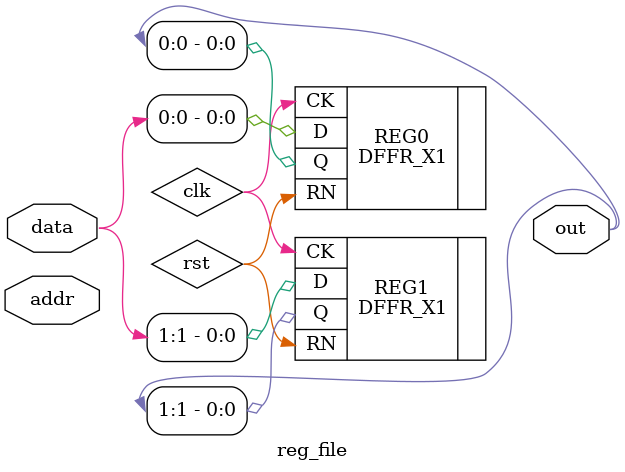
<source format=v>
module top (
    input clk,
    input rst,
    input [7:0] data_in,
    output [7:0] data_out
);

    wire n1, n2, n3, n4, n5;
    wire [7:0] reg_out;
    
    // Standard cell instances
    NAND2_X1 U1 (.A(data_in[0]), .B(data_in[1]), .Y(n1));
    NAND2_X1 U2 (.A(data_in[2]), .B(data_in[3]), .Y(n2));
    INV_X1 U3 (.A(n1), .Y(n3));
    INV_X1 U4 (.A(n2), .Y(n4));
    NOR2_X1 U5 (.A(n3), .B(n4), .Y(n5));
    
    // Flipflops
    DFFR_X1 FF_0 (.D(n5), .CK(clk), .RN(rst), .Q(reg_out[0]));
    DFFR_X1 FF_1 (.D(data_in[4]), .CK(clk), .RN(rst), .Q(reg_out[1]));
    DFFR_X1 FF_2 (.D(data_in[5]), .CK(clk), .RN(rst), .Q(reg_out[2]));
    DFFR_X1 FF_3 (.D(data_in[6]), .CK(clk), .RN(rst), .Q(reg_out[3]));
    SDFFRS_X1 FF_STATE (.D(data_in[7]), .CK(clk), .RN(rst), .SN(1'b1), .Q(reg_out[4]));
    
    // More combinational logic
    NAND2_X1 U6 (.A(reg_out[0]), .B(reg_out[1]), .Y(data_out[0]));
    NAND2_X1 U7 (.A(reg_out[2]), .B(reg_out[3]), .Y(data_out[1]));
    INV_X1 U8 (.A(reg_out[4]), .Y(data_out[2]));
    NOR2_X1 U9 (.A(data_out[0]), .B(data_out[1]), .Y(data_out[3]));
    
    // Buffer chain
    BUF_X1 U10 (.A(data_in[0]), .Y(data_out[4]));
    BUF_X2 U11 (.A(data_out[4]), .Y(data_out[5]));
    BUF_X4 U12 (.A(data_out[5]), .Y(data_out[6]));
    
    // XOR gates
    XOR2_X1 U13 (.A(n1), .B(n2), .Y(data_out[7]));
    
endmodule

// Hierarchical design
module cpu_core (
    input clk,
    input rst,
    input [31:0] instruction,
    output [31:0] result
);

    wire [31:0] alu_out;
    wire [4:0] reg_addr;
    
    alu U_ALU (.a(instruction[15:0]), .b(instruction[31:16]), .result(alu_out));
    
    reg_file U_REGS (.addr(reg_addr), .data(alu_out), .out(result));
    
endmodule

module alu (
    input [15:0] a,
    input [15:0] b,
    output [31:0] result
);
    
    NAND2_X1 U_NAND1 (.A(a[0]), .B(b[0]), .Y(result[0]));
    NAND2_X1 U_NAND2 (.A(a[1]), .B(b[1]), .Y(result[1]));
    
endmodule

module reg_file (
    input [4:0] addr,
    input [31:0] data,
    output [31:0] out
);

    DFFR_X1 REG0 (.D(data[0]), .CK(clk), .RN(rst), .Q(out[0]));
    DFFR_X1 REG1 (.D(data[1]), .CK(clk), .RN(rst), .Q(out[1]));
    
endmodule

</source>
